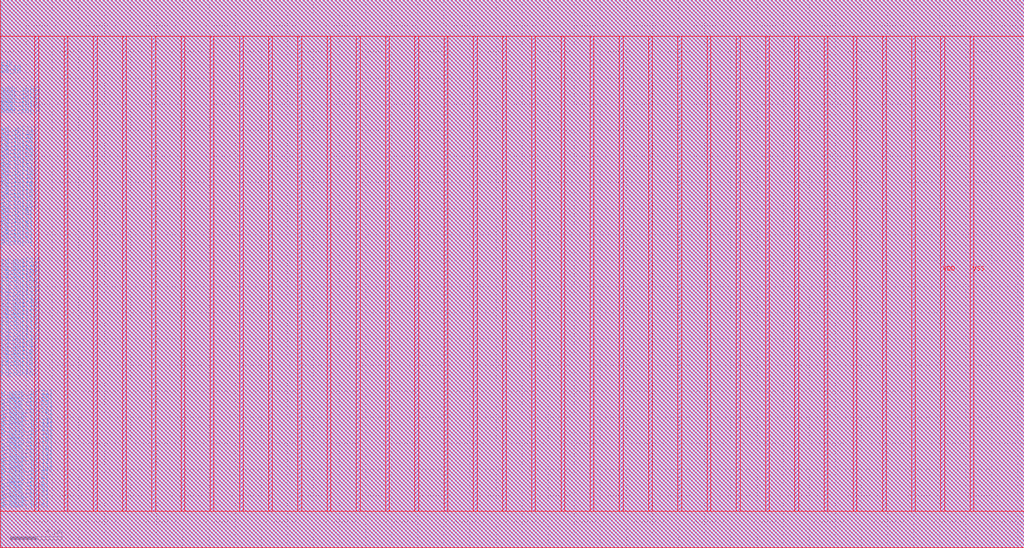
<source format=lef>
VERSION 5.7 ;
BUSBITCHARS "[]" ;
MACRO fakeram45_128x32
  FOREIGN fakeram45_128x32 0 0 ;
  SYMMETRY X Y R90 ;
  SIZE 78.470 BY 42.000 ;
  CLASS BLOCK ;
  PIN w_mask_in[0]
    DIRECTION INPUT ;
    USE SIGNAL ;
    SHAPE ABUTMENT ;
    PORT
      LAYER metal3 ;
      RECT 0.000 2.800 0.070 2.870 ;
    END
  END w_mask_in[0]
  PIN w_mask_in[1]
    DIRECTION INPUT ;
    USE SIGNAL ;
    SHAPE ABUTMENT ;
    PORT
      LAYER metal3 ;
      RECT 0.000 3.080 0.070 3.150 ;
    END
  END w_mask_in[1]
  PIN w_mask_in[2]
    DIRECTION INPUT ;
    USE SIGNAL ;
    SHAPE ABUTMENT ;
    PORT
      LAYER metal3 ;
      RECT 0.000 3.360 0.070 3.430 ;
    END
  END w_mask_in[2]
  PIN w_mask_in[3]
    DIRECTION INPUT ;
    USE SIGNAL ;
    SHAPE ABUTMENT ;
    PORT
      LAYER metal3 ;
      RECT 0.000 3.640 0.070 3.710 ;
    END
  END w_mask_in[3]
  PIN w_mask_in[4]
    DIRECTION INPUT ;
    USE SIGNAL ;
    SHAPE ABUTMENT ;
    PORT
      LAYER metal3 ;
      RECT 0.000 3.920 0.070 3.990 ;
    END
  END w_mask_in[4]
  PIN w_mask_in[5]
    DIRECTION INPUT ;
    USE SIGNAL ;
    SHAPE ABUTMENT ;
    PORT
      LAYER metal3 ;
      RECT 0.000 4.200 0.070 4.270 ;
    END
  END w_mask_in[5]
  PIN w_mask_in[6]
    DIRECTION INPUT ;
    USE SIGNAL ;
    SHAPE ABUTMENT ;
    PORT
      LAYER metal3 ;
      RECT 0.000 4.480 0.070 4.550 ;
    END
  END w_mask_in[6]
  PIN w_mask_in[7]
    DIRECTION INPUT ;
    USE SIGNAL ;
    SHAPE ABUTMENT ;
    PORT
      LAYER metal3 ;
      RECT 0.000 4.760 0.070 4.830 ;
    END
  END w_mask_in[7]
  PIN w_mask_in[8]
    DIRECTION INPUT ;
    USE SIGNAL ;
    SHAPE ABUTMENT ;
    PORT
      LAYER metal3 ;
      RECT 0.000 5.040 0.070 5.110 ;
    END
  END w_mask_in[8]
  PIN w_mask_in[9]
    DIRECTION INPUT ;
    USE SIGNAL ;
    SHAPE ABUTMENT ;
    PORT
      LAYER metal3 ;
      RECT 0.000 5.320 0.070 5.390 ;
    END
  END w_mask_in[9]
  PIN w_mask_in[10]
    DIRECTION INPUT ;
    USE SIGNAL ;
    SHAPE ABUTMENT ;
    PORT
      LAYER metal3 ;
      RECT 0.000 5.600 0.070 5.670 ;
    END
  END w_mask_in[10]
  PIN w_mask_in[11]
    DIRECTION INPUT ;
    USE SIGNAL ;
    SHAPE ABUTMENT ;
    PORT
      LAYER metal3 ;
      RECT 0.000 5.880 0.070 5.950 ;
    END
  END w_mask_in[11]
  PIN w_mask_in[12]
    DIRECTION INPUT ;
    USE SIGNAL ;
    SHAPE ABUTMENT ;
    PORT
      LAYER metal3 ;
      RECT 0.000 6.160 0.070 6.230 ;
    END
  END w_mask_in[12]
  PIN w_mask_in[13]
    DIRECTION INPUT ;
    USE SIGNAL ;
    SHAPE ABUTMENT ;
    PORT
      LAYER metal3 ;
      RECT 0.000 6.440 0.070 6.510 ;
    END
  END w_mask_in[13]
  PIN w_mask_in[14]
    DIRECTION INPUT ;
    USE SIGNAL ;
    SHAPE ABUTMENT ;
    PORT
      LAYER metal3 ;
      RECT 0.000 6.720 0.070 6.790 ;
    END
  END w_mask_in[14]
  PIN w_mask_in[15]
    DIRECTION INPUT ;
    USE SIGNAL ;
    SHAPE ABUTMENT ;
    PORT
      LAYER metal3 ;
      RECT 0.000 7.000 0.070 7.070 ;
    END
  END w_mask_in[15]
  PIN w_mask_in[16]
    DIRECTION INPUT ;
    USE SIGNAL ;
    SHAPE ABUTMENT ;
    PORT
      LAYER metal3 ;
      RECT 0.000 7.280 0.070 7.350 ;
    END
  END w_mask_in[16]
  PIN w_mask_in[17]
    DIRECTION INPUT ;
    USE SIGNAL ;
    SHAPE ABUTMENT ;
    PORT
      LAYER metal3 ;
      RECT 0.000 7.560 0.070 7.630 ;
    END
  END w_mask_in[17]
  PIN w_mask_in[18]
    DIRECTION INPUT ;
    USE SIGNAL ;
    SHAPE ABUTMENT ;
    PORT
      LAYER metal3 ;
      RECT 0.000 7.840 0.070 7.910 ;
    END
  END w_mask_in[18]
  PIN w_mask_in[19]
    DIRECTION INPUT ;
    USE SIGNAL ;
    SHAPE ABUTMENT ;
    PORT
      LAYER metal3 ;
      RECT 0.000 8.120 0.070 8.190 ;
    END
  END w_mask_in[19]
  PIN w_mask_in[20]
    DIRECTION INPUT ;
    USE SIGNAL ;
    SHAPE ABUTMENT ;
    PORT
      LAYER metal3 ;
      RECT 0.000 8.400 0.070 8.470 ;
    END
  END w_mask_in[20]
  PIN w_mask_in[21]
    DIRECTION INPUT ;
    USE SIGNAL ;
    SHAPE ABUTMENT ;
    PORT
      LAYER metal3 ;
      RECT 0.000 8.680 0.070 8.750 ;
    END
  END w_mask_in[21]
  PIN w_mask_in[22]
    DIRECTION INPUT ;
    USE SIGNAL ;
    SHAPE ABUTMENT ;
    PORT
      LAYER metal3 ;
      RECT 0.000 8.960 0.070 9.030 ;
    END
  END w_mask_in[22]
  PIN w_mask_in[23]
    DIRECTION INPUT ;
    USE SIGNAL ;
    SHAPE ABUTMENT ;
    PORT
      LAYER metal3 ;
      RECT 0.000 9.240 0.070 9.310 ;
    END
  END w_mask_in[23]
  PIN w_mask_in[24]
    DIRECTION INPUT ;
    USE SIGNAL ;
    SHAPE ABUTMENT ;
    PORT
      LAYER metal3 ;
      RECT 0.000 9.520 0.070 9.590 ;
    END
  END w_mask_in[24]
  PIN w_mask_in[25]
    DIRECTION INPUT ;
    USE SIGNAL ;
    SHAPE ABUTMENT ;
    PORT
      LAYER metal3 ;
      RECT 0.000 9.800 0.070 9.870 ;
    END
  END w_mask_in[25]
  PIN w_mask_in[26]
    DIRECTION INPUT ;
    USE SIGNAL ;
    SHAPE ABUTMENT ;
    PORT
      LAYER metal3 ;
      RECT 0.000 10.080 0.070 10.150 ;
    END
  END w_mask_in[26]
  PIN w_mask_in[27]
    DIRECTION INPUT ;
    USE SIGNAL ;
    SHAPE ABUTMENT ;
    PORT
      LAYER metal3 ;
      RECT 0.000 10.360 0.070 10.430 ;
    END
  END w_mask_in[27]
  PIN w_mask_in[28]
    DIRECTION INPUT ;
    USE SIGNAL ;
    SHAPE ABUTMENT ;
    PORT
      LAYER metal3 ;
      RECT 0.000 10.640 0.070 10.710 ;
    END
  END w_mask_in[28]
  PIN w_mask_in[29]
    DIRECTION INPUT ;
    USE SIGNAL ;
    SHAPE ABUTMENT ;
    PORT
      LAYER metal3 ;
      RECT 0.000 10.920 0.070 10.990 ;
    END
  END w_mask_in[29]
  PIN w_mask_in[30]
    DIRECTION INPUT ;
    USE SIGNAL ;
    SHAPE ABUTMENT ;
    PORT
      LAYER metal3 ;
      RECT 0.000 11.200 0.070 11.270 ;
    END
  END w_mask_in[30]
  PIN w_mask_in[31]
    DIRECTION INPUT ;
    USE SIGNAL ;
    SHAPE ABUTMENT ;
    PORT
      LAYER metal3 ;
      RECT 0.000 11.480 0.070 11.550 ;
    END
  END w_mask_in[31]
  PIN rd_out[0]
    DIRECTION OUTPUT ;
    USE SIGNAL ;
    SHAPE ABUTMENT ;
    PORT
      LAYER metal3 ;
      RECT 0.000 12.880 0.070 12.950 ;
    END
  END rd_out[0]
  PIN rd_out[1]
    DIRECTION OUTPUT ;
    USE SIGNAL ;
    SHAPE ABUTMENT ;
    PORT
      LAYER metal3 ;
      RECT 0.000 13.160 0.070 13.230 ;
    END
  END rd_out[1]
  PIN rd_out[2]
    DIRECTION OUTPUT ;
    USE SIGNAL ;
    SHAPE ABUTMENT ;
    PORT
      LAYER metal3 ;
      RECT 0.000 13.440 0.070 13.510 ;
    END
  END rd_out[2]
  PIN rd_out[3]
    DIRECTION OUTPUT ;
    USE SIGNAL ;
    SHAPE ABUTMENT ;
    PORT
      LAYER metal3 ;
      RECT 0.000 13.720 0.070 13.790 ;
    END
  END rd_out[3]
  PIN rd_out[4]
    DIRECTION OUTPUT ;
    USE SIGNAL ;
    SHAPE ABUTMENT ;
    PORT
      LAYER metal3 ;
      RECT 0.000 14.000 0.070 14.070 ;
    END
  END rd_out[4]
  PIN rd_out[5]
    DIRECTION OUTPUT ;
    USE SIGNAL ;
    SHAPE ABUTMENT ;
    PORT
      LAYER metal3 ;
      RECT 0.000 14.280 0.070 14.350 ;
    END
  END rd_out[5]
  PIN rd_out[6]
    DIRECTION OUTPUT ;
    USE SIGNAL ;
    SHAPE ABUTMENT ;
    PORT
      LAYER metal3 ;
      RECT 0.000 14.560 0.070 14.630 ;
    END
  END rd_out[6]
  PIN rd_out[7]
    DIRECTION OUTPUT ;
    USE SIGNAL ;
    SHAPE ABUTMENT ;
    PORT
      LAYER metal3 ;
      RECT 0.000 14.840 0.070 14.910 ;
    END
  END rd_out[7]
  PIN rd_out[8]
    DIRECTION OUTPUT ;
    USE SIGNAL ;
    SHAPE ABUTMENT ;
    PORT
      LAYER metal3 ;
      RECT 0.000 15.120 0.070 15.190 ;
    END
  END rd_out[8]
  PIN rd_out[9]
    DIRECTION OUTPUT ;
    USE SIGNAL ;
    SHAPE ABUTMENT ;
    PORT
      LAYER metal3 ;
      RECT 0.000 15.400 0.070 15.470 ;
    END
  END rd_out[9]
  PIN rd_out[10]
    DIRECTION OUTPUT ;
    USE SIGNAL ;
    SHAPE ABUTMENT ;
    PORT
      LAYER metal3 ;
      RECT 0.000 15.680 0.070 15.750 ;
    END
  END rd_out[10]
  PIN rd_out[11]
    DIRECTION OUTPUT ;
    USE SIGNAL ;
    SHAPE ABUTMENT ;
    PORT
      LAYER metal3 ;
      RECT 0.000 15.960 0.070 16.030 ;
    END
  END rd_out[11]
  PIN rd_out[12]
    DIRECTION OUTPUT ;
    USE SIGNAL ;
    SHAPE ABUTMENT ;
    PORT
      LAYER metal3 ;
      RECT 0.000 16.240 0.070 16.310 ;
    END
  END rd_out[12]
  PIN rd_out[13]
    DIRECTION OUTPUT ;
    USE SIGNAL ;
    SHAPE ABUTMENT ;
    PORT
      LAYER metal3 ;
      RECT 0.000 16.520 0.070 16.590 ;
    END
  END rd_out[13]
  PIN rd_out[14]
    DIRECTION OUTPUT ;
    USE SIGNAL ;
    SHAPE ABUTMENT ;
    PORT
      LAYER metal3 ;
      RECT 0.000 16.800 0.070 16.870 ;
    END
  END rd_out[14]
  PIN rd_out[15]
    DIRECTION OUTPUT ;
    USE SIGNAL ;
    SHAPE ABUTMENT ;
    PORT
      LAYER metal3 ;
      RECT 0.000 17.080 0.070 17.150 ;
    END
  END rd_out[15]
  PIN rd_out[16]
    DIRECTION OUTPUT ;
    USE SIGNAL ;
    SHAPE ABUTMENT ;
    PORT
      LAYER metal3 ;
      RECT 0.000 17.360 0.070 17.430 ;
    END
  END rd_out[16]
  PIN rd_out[17]
    DIRECTION OUTPUT ;
    USE SIGNAL ;
    SHAPE ABUTMENT ;
    PORT
      LAYER metal3 ;
      RECT 0.000 17.640 0.070 17.710 ;
    END
  END rd_out[17]
  PIN rd_out[18]
    DIRECTION OUTPUT ;
    USE SIGNAL ;
    SHAPE ABUTMENT ;
    PORT
      LAYER metal3 ;
      RECT 0.000 17.920 0.070 17.990 ;
    END
  END rd_out[18]
  PIN rd_out[19]
    DIRECTION OUTPUT ;
    USE SIGNAL ;
    SHAPE ABUTMENT ;
    PORT
      LAYER metal3 ;
      RECT 0.000 18.200 0.070 18.270 ;
    END
  END rd_out[19]
  PIN rd_out[20]
    DIRECTION OUTPUT ;
    USE SIGNAL ;
    SHAPE ABUTMENT ;
    PORT
      LAYER metal3 ;
      RECT 0.000 18.480 0.070 18.550 ;
    END
  END rd_out[20]
  PIN rd_out[21]
    DIRECTION OUTPUT ;
    USE SIGNAL ;
    SHAPE ABUTMENT ;
    PORT
      LAYER metal3 ;
      RECT 0.000 18.760 0.070 18.830 ;
    END
  END rd_out[21]
  PIN rd_out[22]
    DIRECTION OUTPUT ;
    USE SIGNAL ;
    SHAPE ABUTMENT ;
    PORT
      LAYER metal3 ;
      RECT 0.000 19.040 0.070 19.110 ;
    END
  END rd_out[22]
  PIN rd_out[23]
    DIRECTION OUTPUT ;
    USE SIGNAL ;
    SHAPE ABUTMENT ;
    PORT
      LAYER metal3 ;
      RECT 0.000 19.320 0.070 19.390 ;
    END
  END rd_out[23]
  PIN rd_out[24]
    DIRECTION OUTPUT ;
    USE SIGNAL ;
    SHAPE ABUTMENT ;
    PORT
      LAYER metal3 ;
      RECT 0.000 19.600 0.070 19.670 ;
    END
  END rd_out[24]
  PIN rd_out[25]
    DIRECTION OUTPUT ;
    USE SIGNAL ;
    SHAPE ABUTMENT ;
    PORT
      LAYER metal3 ;
      RECT 0.000 19.880 0.070 19.950 ;
    END
  END rd_out[25]
  PIN rd_out[26]
    DIRECTION OUTPUT ;
    USE SIGNAL ;
    SHAPE ABUTMENT ;
    PORT
      LAYER metal3 ;
      RECT 0.000 20.160 0.070 20.230 ;
    END
  END rd_out[26]
  PIN rd_out[27]
    DIRECTION OUTPUT ;
    USE SIGNAL ;
    SHAPE ABUTMENT ;
    PORT
      LAYER metal3 ;
      RECT 0.000 20.440 0.070 20.510 ;
    END
  END rd_out[27]
  PIN rd_out[28]
    DIRECTION OUTPUT ;
    USE SIGNAL ;
    SHAPE ABUTMENT ;
    PORT
      LAYER metal3 ;
      RECT 0.000 20.720 0.070 20.790 ;
    END
  END rd_out[28]
  PIN rd_out[29]
    DIRECTION OUTPUT ;
    USE SIGNAL ;
    SHAPE ABUTMENT ;
    PORT
      LAYER metal3 ;
      RECT 0.000 21.000 0.070 21.070 ;
    END
  END rd_out[29]
  PIN rd_out[30]
    DIRECTION OUTPUT ;
    USE SIGNAL ;
    SHAPE ABUTMENT ;
    PORT
      LAYER metal3 ;
      RECT 0.000 21.280 0.070 21.350 ;
    END
  END rd_out[30]
  PIN rd_out[31]
    DIRECTION OUTPUT ;
    USE SIGNAL ;
    SHAPE ABUTMENT ;
    PORT
      LAYER metal3 ;
      RECT 0.000 21.560 0.070 21.630 ;
    END
  END rd_out[31]
  PIN wd_in[0]
    DIRECTION INPUT ;
    USE SIGNAL ;
    SHAPE ABUTMENT ;
    PORT
      LAYER metal3 ;
      RECT 0.000 22.960 0.070 23.030 ;
    END
  END wd_in[0]
  PIN wd_in[1]
    DIRECTION INPUT ;
    USE SIGNAL ;
    SHAPE ABUTMENT ;
    PORT
      LAYER metal3 ;
      RECT 0.000 23.240 0.070 23.310 ;
    END
  END wd_in[1]
  PIN wd_in[2]
    DIRECTION INPUT ;
    USE SIGNAL ;
    SHAPE ABUTMENT ;
    PORT
      LAYER metal3 ;
      RECT 0.000 23.520 0.070 23.590 ;
    END
  END wd_in[2]
  PIN wd_in[3]
    DIRECTION INPUT ;
    USE SIGNAL ;
    SHAPE ABUTMENT ;
    PORT
      LAYER metal3 ;
      RECT 0.000 23.800 0.070 23.870 ;
    END
  END wd_in[3]
  PIN wd_in[4]
    DIRECTION INPUT ;
    USE SIGNAL ;
    SHAPE ABUTMENT ;
    PORT
      LAYER metal3 ;
      RECT 0.000 24.080 0.070 24.150 ;
    END
  END wd_in[4]
  PIN wd_in[5]
    DIRECTION INPUT ;
    USE SIGNAL ;
    SHAPE ABUTMENT ;
    PORT
      LAYER metal3 ;
      RECT 0.000 24.360 0.070 24.430 ;
    END
  END wd_in[5]
  PIN wd_in[6]
    DIRECTION INPUT ;
    USE SIGNAL ;
    SHAPE ABUTMENT ;
    PORT
      LAYER metal3 ;
      RECT 0.000 24.640 0.070 24.710 ;
    END
  END wd_in[6]
  PIN wd_in[7]
    DIRECTION INPUT ;
    USE SIGNAL ;
    SHAPE ABUTMENT ;
    PORT
      LAYER metal3 ;
      RECT 0.000 24.920 0.070 24.990 ;
    END
  END wd_in[7]
  PIN wd_in[8]
    DIRECTION INPUT ;
    USE SIGNAL ;
    SHAPE ABUTMENT ;
    PORT
      LAYER metal3 ;
      RECT 0.000 25.200 0.070 25.270 ;
    END
  END wd_in[8]
  PIN wd_in[9]
    DIRECTION INPUT ;
    USE SIGNAL ;
    SHAPE ABUTMENT ;
    PORT
      LAYER metal3 ;
      RECT 0.000 25.480 0.070 25.550 ;
    END
  END wd_in[9]
  PIN wd_in[10]
    DIRECTION INPUT ;
    USE SIGNAL ;
    SHAPE ABUTMENT ;
    PORT
      LAYER metal3 ;
      RECT 0.000 25.760 0.070 25.830 ;
    END
  END wd_in[10]
  PIN wd_in[11]
    DIRECTION INPUT ;
    USE SIGNAL ;
    SHAPE ABUTMENT ;
    PORT
      LAYER metal3 ;
      RECT 0.000 26.040 0.070 26.110 ;
    END
  END wd_in[11]
  PIN wd_in[12]
    DIRECTION INPUT ;
    USE SIGNAL ;
    SHAPE ABUTMENT ;
    PORT
      LAYER metal3 ;
      RECT 0.000 26.320 0.070 26.390 ;
    END
  END wd_in[12]
  PIN wd_in[13]
    DIRECTION INPUT ;
    USE SIGNAL ;
    SHAPE ABUTMENT ;
    PORT
      LAYER metal3 ;
      RECT 0.000 26.600 0.070 26.670 ;
    END
  END wd_in[13]
  PIN wd_in[14]
    DIRECTION INPUT ;
    USE SIGNAL ;
    SHAPE ABUTMENT ;
    PORT
      LAYER metal3 ;
      RECT 0.000 26.880 0.070 26.950 ;
    END
  END wd_in[14]
  PIN wd_in[15]
    DIRECTION INPUT ;
    USE SIGNAL ;
    SHAPE ABUTMENT ;
    PORT
      LAYER metal3 ;
      RECT 0.000 27.160 0.070 27.230 ;
    END
  END wd_in[15]
  PIN wd_in[16]
    DIRECTION INPUT ;
    USE SIGNAL ;
    SHAPE ABUTMENT ;
    PORT
      LAYER metal3 ;
      RECT 0.000 27.440 0.070 27.510 ;
    END
  END wd_in[16]
  PIN wd_in[17]
    DIRECTION INPUT ;
    USE SIGNAL ;
    SHAPE ABUTMENT ;
    PORT
      LAYER metal3 ;
      RECT 0.000 27.720 0.070 27.790 ;
    END
  END wd_in[17]
  PIN wd_in[18]
    DIRECTION INPUT ;
    USE SIGNAL ;
    SHAPE ABUTMENT ;
    PORT
      LAYER metal3 ;
      RECT 0.000 28.000 0.070 28.070 ;
    END
  END wd_in[18]
  PIN wd_in[19]
    DIRECTION INPUT ;
    USE SIGNAL ;
    SHAPE ABUTMENT ;
    PORT
      LAYER metal3 ;
      RECT 0.000 28.280 0.070 28.350 ;
    END
  END wd_in[19]
  PIN wd_in[20]
    DIRECTION INPUT ;
    USE SIGNAL ;
    SHAPE ABUTMENT ;
    PORT
      LAYER metal3 ;
      RECT 0.000 28.560 0.070 28.630 ;
    END
  END wd_in[20]
  PIN wd_in[21]
    DIRECTION INPUT ;
    USE SIGNAL ;
    SHAPE ABUTMENT ;
    PORT
      LAYER metal3 ;
      RECT 0.000 28.840 0.070 28.910 ;
    END
  END wd_in[21]
  PIN wd_in[22]
    DIRECTION INPUT ;
    USE SIGNAL ;
    SHAPE ABUTMENT ;
    PORT
      LAYER metal3 ;
      RECT 0.000 29.120 0.070 29.190 ;
    END
  END wd_in[22]
  PIN wd_in[23]
    DIRECTION INPUT ;
    USE SIGNAL ;
    SHAPE ABUTMENT ;
    PORT
      LAYER metal3 ;
      RECT 0.000 29.400 0.070 29.470 ;
    END
  END wd_in[23]
  PIN wd_in[24]
    DIRECTION INPUT ;
    USE SIGNAL ;
    SHAPE ABUTMENT ;
    PORT
      LAYER metal3 ;
      RECT 0.000 29.680 0.070 29.750 ;
    END
  END wd_in[24]
  PIN wd_in[25]
    DIRECTION INPUT ;
    USE SIGNAL ;
    SHAPE ABUTMENT ;
    PORT
      LAYER metal3 ;
      RECT 0.000 29.960 0.070 30.030 ;
    END
  END wd_in[25]
  PIN wd_in[26]
    DIRECTION INPUT ;
    USE SIGNAL ;
    SHAPE ABUTMENT ;
    PORT
      LAYER metal3 ;
      RECT 0.000 30.240 0.070 30.310 ;
    END
  END wd_in[26]
  PIN wd_in[27]
    DIRECTION INPUT ;
    USE SIGNAL ;
    SHAPE ABUTMENT ;
    PORT
      LAYER metal3 ;
      RECT 0.000 30.520 0.070 30.590 ;
    END
  END wd_in[27]
  PIN wd_in[28]
    DIRECTION INPUT ;
    USE SIGNAL ;
    SHAPE ABUTMENT ;
    PORT
      LAYER metal3 ;
      RECT 0.000 30.800 0.070 30.870 ;
    END
  END wd_in[28]
  PIN wd_in[29]
    DIRECTION INPUT ;
    USE SIGNAL ;
    SHAPE ABUTMENT ;
    PORT
      LAYER metal3 ;
      RECT 0.000 31.080 0.070 31.150 ;
    END
  END wd_in[29]
  PIN wd_in[30]
    DIRECTION INPUT ;
    USE SIGNAL ;
    SHAPE ABUTMENT ;
    PORT
      LAYER metal3 ;
      RECT 0.000 31.360 0.070 31.430 ;
    END
  END wd_in[30]
  PIN wd_in[31]
    DIRECTION INPUT ;
    USE SIGNAL ;
    SHAPE ABUTMENT ;
    PORT
      LAYER metal3 ;
      RECT 0.000 31.640 0.070 31.710 ;
    END
  END wd_in[31]
  PIN addr_in[0]
    DIRECTION INPUT ;
    USE SIGNAL ;
    SHAPE ABUTMENT ;
    PORT
      LAYER metal3 ;
      RECT 0.000 33.040 0.070 33.110 ;
    END
  END addr_in[0]
  PIN addr_in[1]
    DIRECTION INPUT ;
    USE SIGNAL ;
    SHAPE ABUTMENT ;
    PORT
      LAYER metal3 ;
      RECT 0.000 33.320 0.070 33.390 ;
    END
  END addr_in[1]
  PIN addr_in[2]
    DIRECTION INPUT ;
    USE SIGNAL ;
    SHAPE ABUTMENT ;
    PORT
      LAYER metal3 ;
      RECT 0.000 33.600 0.070 33.670 ;
    END
  END addr_in[2]
  PIN addr_in[3]
    DIRECTION INPUT ;
    USE SIGNAL ;
    SHAPE ABUTMENT ;
    PORT
      LAYER metal3 ;
      RECT 0.000 33.880 0.070 33.950 ;
    END
  END addr_in[3]
  PIN addr_in[4]
    DIRECTION INPUT ;
    USE SIGNAL ;
    SHAPE ABUTMENT ;
    PORT
      LAYER metal3 ;
      RECT 0.000 34.160 0.070 34.230 ;
    END
  END addr_in[4]
  PIN addr_in[5]
    DIRECTION INPUT ;
    USE SIGNAL ;
    SHAPE ABUTMENT ;
    PORT
      LAYER metal3 ;
      RECT 0.000 34.440 0.070 34.510 ;
    END
  END addr_in[5]
  PIN addr_in[6]
    DIRECTION INPUT ;
    USE SIGNAL ;
    SHAPE ABUTMENT ;
    PORT
      LAYER metal3 ;
      RECT 0.000 34.720 0.070 34.790 ;
    END
  END addr_in[6]
  PIN we_in
    DIRECTION INPUT ;
    USE SIGNAL ;
    SHAPE ABUTMENT ;
    PORT
      LAYER metal3 ;
      RECT 0.000 36.120 0.070 36.190 ;
    END
  END we_in
  PIN ce_in
    DIRECTION INPUT ;
    USE SIGNAL ;
    SHAPE ABUTMENT ;
    PORT
      LAYER metal3 ;
      RECT 0.000 36.400 0.070 36.470 ;
    END
  END ce_in
  PIN clk
    DIRECTION INPUT ;
    USE SIGNAL ;
    SHAPE ABUTMENT ;
    PORT
      LAYER metal3 ;
      RECT 0.000 36.680 0.070 36.750 ;
    END
  END clk
  PIN VSS
    DIRECTION INOUT ;
    USE GROUND ;
    PORT
      LAYER metal4 ;
      RECT 2.660 2.800 2.940 39.200 ;
      RECT 7.140 2.800 7.420 39.200 ;
      RECT 11.620 2.800 11.900 39.200 ;
      RECT 16.100 2.800 16.380 39.200 ;
      RECT 20.580 2.800 20.860 39.200 ;
      RECT 25.060 2.800 25.340 39.200 ;
      RECT 29.540 2.800 29.820 39.200 ;
      RECT 34.020 2.800 34.300 39.200 ;
      RECT 38.500 2.800 38.780 39.200 ;
      RECT 42.980 2.800 43.260 39.200 ;
      RECT 47.460 2.800 47.740 39.200 ;
      RECT 51.940 2.800 52.220 39.200 ;
      RECT 56.420 2.800 56.700 39.200 ;
      RECT 60.900 2.800 61.180 39.200 ;
      RECT 65.380 2.800 65.660 39.200 ;
      RECT 69.860 2.800 70.140 39.200 ;
      RECT 74.340 2.800 74.620 39.200 ;
    END
  END VSS
  PIN VDD
    DIRECTION INOUT ;
    USE POWER ;
    PORT
      LAYER metal4 ;
      RECT 4.900 2.800 5.180 39.200 ;
      RECT 9.380 2.800 9.660 39.200 ;
      RECT 13.860 2.800 14.140 39.200 ;
      RECT 18.340 2.800 18.620 39.200 ;
      RECT 22.820 2.800 23.100 39.200 ;
      RECT 27.300 2.800 27.580 39.200 ;
      RECT 31.780 2.800 32.060 39.200 ;
      RECT 36.260 2.800 36.540 39.200 ;
      RECT 40.740 2.800 41.020 39.200 ;
      RECT 45.220 2.800 45.500 39.200 ;
      RECT 49.700 2.800 49.980 39.200 ;
      RECT 54.180 2.800 54.460 39.200 ;
      RECT 58.660 2.800 58.940 39.200 ;
      RECT 63.140 2.800 63.420 39.200 ;
      RECT 67.620 2.800 67.900 39.200 ;
      RECT 72.100 2.800 72.380 39.200 ;
    END
  END VDD
  OBS
    LAYER metal1 ;
    RECT 0 0 78.470 42.000 ;
    LAYER metal2 ;
    RECT 0 0 78.470 42.000 ;
    LAYER metal3 ;
    RECT 0.070 0 78.470 42.000 ;
    RECT 0 0.000 0.070 2.800 ;
    RECT 0 2.870 0.070 3.080 ;
    RECT 0 3.150 0.070 3.360 ;
    RECT 0 3.430 0.070 3.640 ;
    RECT 0 3.710 0.070 3.920 ;
    RECT 0 3.990 0.070 4.200 ;
    RECT 0 4.270 0.070 4.480 ;
    RECT 0 4.550 0.070 4.760 ;
    RECT 0 4.830 0.070 5.040 ;
    RECT 0 5.110 0.070 5.320 ;
    RECT 0 5.390 0.070 5.600 ;
    RECT 0 5.670 0.070 5.880 ;
    RECT 0 5.950 0.070 6.160 ;
    RECT 0 6.230 0.070 6.440 ;
    RECT 0 6.510 0.070 6.720 ;
    RECT 0 6.790 0.070 7.000 ;
    RECT 0 7.070 0.070 7.280 ;
    RECT 0 7.350 0.070 7.560 ;
    RECT 0 7.630 0.070 7.840 ;
    RECT 0 7.910 0.070 8.120 ;
    RECT 0 8.190 0.070 8.400 ;
    RECT 0 8.470 0.070 8.680 ;
    RECT 0 8.750 0.070 8.960 ;
    RECT 0 9.030 0.070 9.240 ;
    RECT 0 9.310 0.070 9.520 ;
    RECT 0 9.590 0.070 9.800 ;
    RECT 0 9.870 0.070 10.080 ;
    RECT 0 10.150 0.070 10.360 ;
    RECT 0 10.430 0.070 10.640 ;
    RECT 0 10.710 0.070 10.920 ;
    RECT 0 10.990 0.070 11.200 ;
    RECT 0 11.270 0.070 11.480 ;
    RECT 0 11.550 0.070 12.880 ;
    RECT 0 12.950 0.070 13.160 ;
    RECT 0 13.230 0.070 13.440 ;
    RECT 0 13.510 0.070 13.720 ;
    RECT 0 13.790 0.070 14.000 ;
    RECT 0 14.070 0.070 14.280 ;
    RECT 0 14.350 0.070 14.560 ;
    RECT 0 14.630 0.070 14.840 ;
    RECT 0 14.910 0.070 15.120 ;
    RECT 0 15.190 0.070 15.400 ;
    RECT 0 15.470 0.070 15.680 ;
    RECT 0 15.750 0.070 15.960 ;
    RECT 0 16.030 0.070 16.240 ;
    RECT 0 16.310 0.070 16.520 ;
    RECT 0 16.590 0.070 16.800 ;
    RECT 0 16.870 0.070 17.080 ;
    RECT 0 17.150 0.070 17.360 ;
    RECT 0 17.430 0.070 17.640 ;
    RECT 0 17.710 0.070 17.920 ;
    RECT 0 17.990 0.070 18.200 ;
    RECT 0 18.270 0.070 18.480 ;
    RECT 0 18.550 0.070 18.760 ;
    RECT 0 18.830 0.070 19.040 ;
    RECT 0 19.110 0.070 19.320 ;
    RECT 0 19.390 0.070 19.600 ;
    RECT 0 19.670 0.070 19.880 ;
    RECT 0 19.950 0.070 20.160 ;
    RECT 0 20.230 0.070 20.440 ;
    RECT 0 20.510 0.070 20.720 ;
    RECT 0 20.790 0.070 21.000 ;
    RECT 0 21.070 0.070 21.280 ;
    RECT 0 21.350 0.070 21.560 ;
    RECT 0 21.630 0.070 22.960 ;
    RECT 0 23.030 0.070 23.240 ;
    RECT 0 23.310 0.070 23.520 ;
    RECT 0 23.590 0.070 23.800 ;
    RECT 0 23.870 0.070 24.080 ;
    RECT 0 24.150 0.070 24.360 ;
    RECT 0 24.430 0.070 24.640 ;
    RECT 0 24.710 0.070 24.920 ;
    RECT 0 24.990 0.070 25.200 ;
    RECT 0 25.270 0.070 25.480 ;
    RECT 0 25.550 0.070 25.760 ;
    RECT 0 25.830 0.070 26.040 ;
    RECT 0 26.110 0.070 26.320 ;
    RECT 0 26.390 0.070 26.600 ;
    RECT 0 26.670 0.070 26.880 ;
    RECT 0 26.950 0.070 27.160 ;
    RECT 0 27.230 0.070 27.440 ;
    RECT 0 27.510 0.070 27.720 ;
    RECT 0 27.790 0.070 28.000 ;
    RECT 0 28.070 0.070 28.280 ;
    RECT 0 28.350 0.070 28.560 ;
    RECT 0 28.630 0.070 28.840 ;
    RECT 0 28.910 0.070 29.120 ;
    RECT 0 29.190 0.070 29.400 ;
    RECT 0 29.470 0.070 29.680 ;
    RECT 0 29.750 0.070 29.960 ;
    RECT 0 30.030 0.070 30.240 ;
    RECT 0 30.310 0.070 30.520 ;
    RECT 0 30.590 0.070 30.800 ;
    RECT 0 30.870 0.070 31.080 ;
    RECT 0 31.150 0.070 31.360 ;
    RECT 0 31.430 0.070 31.640 ;
    RECT 0 31.710 0.070 33.040 ;
    RECT 0 33.110 0.070 33.320 ;
    RECT 0 33.390 0.070 33.600 ;
    RECT 0 33.670 0.070 33.880 ;
    RECT 0 33.950 0.070 34.160 ;
    RECT 0 34.230 0.070 34.440 ;
    RECT 0 34.510 0.070 34.720 ;
    RECT 0 34.790 0.070 36.120 ;
    RECT 0 36.190 0.070 36.400 ;
    RECT 0 36.470 0.070 36.680 ;
    RECT 0 36.750 0.070 42.000 ;
    LAYER metal4 ;
    RECT 0 0 78.470 2.800 ;
    RECT 0 39.200 78.470 42.000 ;
    RECT 0.000 2.800 2.660 39.200 ;
    RECT 2.940 2.800 4.900 39.200 ;
    RECT 5.180 2.800 7.140 39.200 ;
    RECT 7.420 2.800 9.380 39.200 ;
    RECT 9.660 2.800 11.620 39.200 ;
    RECT 11.900 2.800 13.860 39.200 ;
    RECT 14.140 2.800 16.100 39.200 ;
    RECT 16.380 2.800 18.340 39.200 ;
    RECT 18.620 2.800 20.580 39.200 ;
    RECT 20.860 2.800 22.820 39.200 ;
    RECT 23.100 2.800 25.060 39.200 ;
    RECT 25.340 2.800 27.300 39.200 ;
    RECT 27.580 2.800 29.540 39.200 ;
    RECT 29.820 2.800 31.780 39.200 ;
    RECT 32.060 2.800 34.020 39.200 ;
    RECT 34.300 2.800 36.260 39.200 ;
    RECT 36.540 2.800 38.500 39.200 ;
    RECT 38.780 2.800 40.740 39.200 ;
    RECT 41.020 2.800 42.980 39.200 ;
    RECT 43.260 2.800 45.220 39.200 ;
    RECT 45.500 2.800 47.460 39.200 ;
    RECT 47.740 2.800 49.700 39.200 ;
    RECT 49.980 2.800 51.940 39.200 ;
    RECT 52.220 2.800 54.180 39.200 ;
    RECT 54.460 2.800 56.420 39.200 ;
    RECT 56.700 2.800 58.660 39.200 ;
    RECT 58.940 2.800 60.900 39.200 ;
    RECT 61.180 2.800 63.140 39.200 ;
    RECT 63.420 2.800 65.380 39.200 ;
    RECT 65.660 2.800 67.620 39.200 ;
    RECT 67.900 2.800 69.860 39.200 ;
    RECT 70.140 2.800 72.100 39.200 ;
    RECT 72.380 2.800 74.340 39.200 ;
    RECT 74.620 2.800 78.470 39.200 ;
    LAYER OVERLAP ;
    RECT 0 0 78.470 42.000 ;
  END
END fakeram45_128x32

END LIBRARY

</source>
